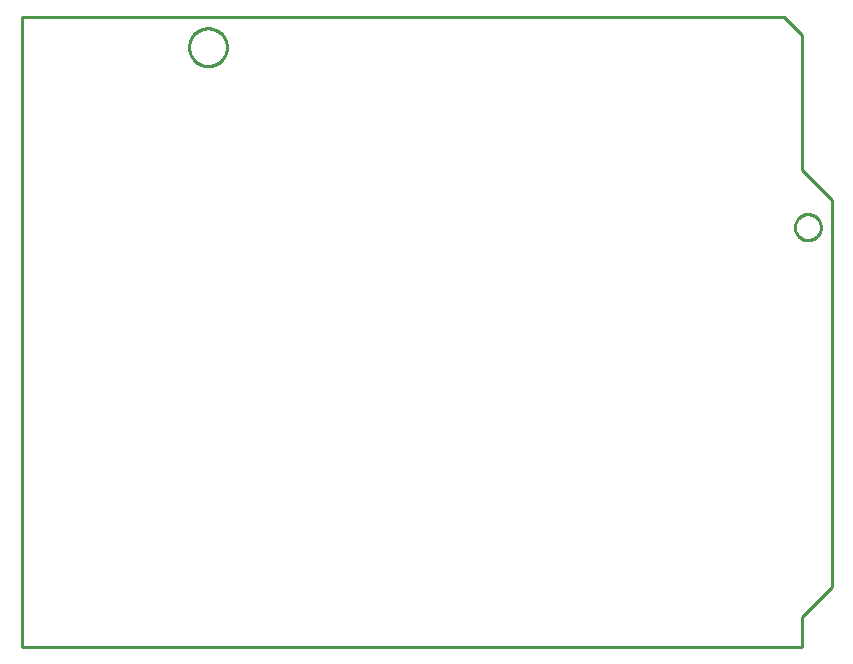
<source format=gbr>
G04 EAGLE Gerber RS-274X export*
G75*
%MOMM*%
%FSLAX34Y34*%
%LPD*%
%IN*%
%IPPOS*%
%AMOC8*
5,1,8,0,0,1.08239X$1,22.5*%
G01*
%ADD10C,0.254000*%


D10*
X0Y0D02*
X660400Y0D01*
X660400Y25400D01*
X685800Y50800D01*
X685800Y378460D01*
X660400Y403860D01*
X660400Y518160D01*
X645160Y533400D01*
X0Y533400D01*
X0Y0D01*
X173581Y507019D02*
X173513Y505974D01*
X173376Y504935D01*
X173171Y503908D01*
X172900Y502896D01*
X172564Y501904D01*
X172163Y500936D01*
X171699Y499997D01*
X171176Y499089D01*
X170594Y498218D01*
X169956Y497387D01*
X169265Y496600D01*
X168524Y495859D01*
X167737Y495168D01*
X166906Y494531D01*
X166035Y493949D01*
X165127Y493425D01*
X164188Y492961D01*
X163220Y492560D01*
X162228Y492224D01*
X161216Y491953D01*
X160189Y491748D01*
X159150Y491612D01*
X158105Y491543D01*
X157057Y491543D01*
X156012Y491612D01*
X154973Y491748D01*
X153946Y491953D01*
X152934Y492224D01*
X151942Y492560D01*
X150974Y492961D01*
X150035Y493425D01*
X149127Y493949D01*
X148256Y494531D01*
X147425Y495168D01*
X146638Y495859D01*
X145897Y496600D01*
X145206Y497387D01*
X144569Y498218D01*
X143987Y499089D01*
X143463Y499997D01*
X142999Y500936D01*
X142598Y501904D01*
X142262Y502896D01*
X141991Y503908D01*
X141786Y504935D01*
X141650Y505974D01*
X141581Y507019D01*
X141581Y508067D01*
X141650Y509112D01*
X141786Y510151D01*
X141991Y511178D01*
X142262Y512190D01*
X142598Y513182D01*
X142999Y514150D01*
X143463Y515089D01*
X143987Y515997D01*
X144569Y516868D01*
X145206Y517699D01*
X145897Y518486D01*
X146638Y519227D01*
X147425Y519918D01*
X148256Y520556D01*
X149127Y521138D01*
X150035Y521661D01*
X150974Y522125D01*
X151942Y522526D01*
X152934Y522862D01*
X153946Y523133D01*
X154973Y523338D01*
X156012Y523475D01*
X157057Y523543D01*
X158105Y523543D01*
X159150Y523475D01*
X160189Y523338D01*
X161216Y523133D01*
X162228Y522862D01*
X163220Y522526D01*
X164188Y522125D01*
X165127Y521661D01*
X166035Y521138D01*
X166906Y520556D01*
X167737Y519918D01*
X168524Y519227D01*
X169265Y518486D01*
X169956Y517699D01*
X170594Y516868D01*
X171176Y515997D01*
X171699Y515089D01*
X172163Y514150D01*
X172564Y513182D01*
X172900Y512190D01*
X173171Y511178D01*
X173376Y510151D01*
X173513Y509112D01*
X173581Y508067D01*
X173581Y507019D01*
X676581Y354711D02*
X676513Y353849D01*
X676378Y352995D01*
X676176Y352155D01*
X675909Y351333D01*
X675578Y350534D01*
X675186Y349764D01*
X674734Y349027D01*
X674226Y348328D01*
X673665Y347670D01*
X673054Y347059D01*
X672396Y346498D01*
X671697Y345990D01*
X670960Y345538D01*
X670190Y345146D01*
X669391Y344815D01*
X668569Y344548D01*
X667729Y344346D01*
X666875Y344211D01*
X666013Y344143D01*
X665149Y344143D01*
X664287Y344211D01*
X663433Y344346D01*
X662593Y344548D01*
X661771Y344815D01*
X660972Y345146D01*
X660202Y345538D01*
X659465Y345990D01*
X658766Y346498D01*
X658108Y347059D01*
X657497Y347670D01*
X656936Y348328D01*
X656428Y349027D01*
X655976Y349764D01*
X655584Y350534D01*
X655253Y351333D01*
X654986Y352155D01*
X654784Y352995D01*
X654649Y353849D01*
X654581Y354711D01*
X654581Y355575D01*
X654649Y356437D01*
X654784Y357291D01*
X654986Y358131D01*
X655253Y358953D01*
X655584Y359752D01*
X655976Y360522D01*
X656428Y361259D01*
X656936Y361958D01*
X657497Y362616D01*
X658108Y363227D01*
X658766Y363788D01*
X659465Y364296D01*
X660202Y364748D01*
X660972Y365140D01*
X661771Y365471D01*
X662593Y365738D01*
X663433Y365940D01*
X664287Y366075D01*
X665149Y366143D01*
X666013Y366143D01*
X666875Y366075D01*
X667729Y365940D01*
X668569Y365738D01*
X669391Y365471D01*
X670190Y365140D01*
X670960Y364748D01*
X671697Y364296D01*
X672396Y363788D01*
X673054Y363227D01*
X673665Y362616D01*
X674226Y361958D01*
X674734Y361259D01*
X675186Y360522D01*
X675578Y359752D01*
X675909Y358953D01*
X676176Y358131D01*
X676378Y357291D01*
X676513Y356437D01*
X676581Y355575D01*
X676581Y354711D01*
M02*

</source>
